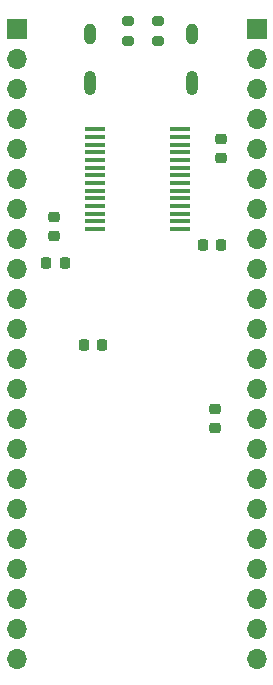
<source format=gbr>
%TF.GenerationSoftware,KiCad,Pcbnew,7.0.8*%
%TF.CreationDate,2023-11-18T20:12:02-05:00*%
%TF.ProjectId,PIC24FJ64GA004 Dev Board,50494332-3446-44a3-9634-474130303420,rev?*%
%TF.SameCoordinates,Original*%
%TF.FileFunction,Soldermask,Bot*%
%TF.FilePolarity,Negative*%
%FSLAX46Y46*%
G04 Gerber Fmt 4.6, Leading zero omitted, Abs format (unit mm)*
G04 Created by KiCad (PCBNEW 7.0.8) date 2023-11-18 20:12:02*
%MOMM*%
%LPD*%
G01*
G04 APERTURE LIST*
G04 Aperture macros list*
%AMRoundRect*
0 Rectangle with rounded corners*
0 $1 Rounding radius*
0 $2 $3 $4 $5 $6 $7 $8 $9 X,Y pos of 4 corners*
0 Add a 4 corners polygon primitive as box body*
4,1,4,$2,$3,$4,$5,$6,$7,$8,$9,$2,$3,0*
0 Add four circle primitives for the rounded corners*
1,1,$1+$1,$2,$3*
1,1,$1+$1,$4,$5*
1,1,$1+$1,$6,$7*
1,1,$1+$1,$8,$9*
0 Add four rect primitives between the rounded corners*
20,1,$1+$1,$2,$3,$4,$5,0*
20,1,$1+$1,$4,$5,$6,$7,0*
20,1,$1+$1,$6,$7,$8,$9,0*
20,1,$1+$1,$8,$9,$2,$3,0*%
G04 Aperture macros list end*
%ADD10O,1.000000X2.100000*%
%ADD11O,1.000000X1.800000*%
%ADD12RoundRect,0.225000X-0.250000X0.225000X-0.250000X-0.225000X0.250000X-0.225000X0.250000X0.225000X0*%
%ADD13R,1.750000X0.450000*%
%ADD14RoundRect,0.200000X0.275000X-0.200000X0.275000X0.200000X-0.275000X0.200000X-0.275000X-0.200000X0*%
%ADD15RoundRect,0.225000X-0.225000X-0.250000X0.225000X-0.250000X0.225000X0.250000X-0.225000X0.250000X0*%
%ADD16R,1.700000X1.700000*%
%ADD17O,1.700000X1.700000*%
%ADD18RoundRect,0.225000X0.225000X0.250000X-0.225000X0.250000X-0.225000X-0.250000X0.225000X-0.250000X0*%
G04 APERTURE END LIST*
D10*
%TO.C,J1*%
X98650000Y-63049000D03*
D11*
X98650000Y-58869000D03*
D10*
X90010000Y-63049000D03*
D11*
X90010000Y-58869000D03*
%TD*%
D12*
%TO.C,C1*%
X86974000Y-74409000D03*
X86974000Y-75959000D03*
%TD*%
D13*
%TO.C,U2*%
X97624000Y-66936000D03*
X97624000Y-67586000D03*
X97624000Y-68236000D03*
X97624000Y-68886000D03*
X97624000Y-69536000D03*
X97624000Y-70186000D03*
X97624000Y-70836000D03*
X97624000Y-71486000D03*
X97624000Y-72136000D03*
X97624000Y-72786000D03*
X97624000Y-73436000D03*
X97624000Y-74086000D03*
X97624000Y-74736000D03*
X97624000Y-75386000D03*
X90424000Y-75386000D03*
X90424000Y-74736000D03*
X90424000Y-74086000D03*
X90424000Y-73436000D03*
X90424000Y-72786000D03*
X90424000Y-72136000D03*
X90424000Y-71486000D03*
X90424000Y-70836000D03*
X90424000Y-70186000D03*
X90424000Y-69536000D03*
X90424000Y-68886000D03*
X90424000Y-68236000D03*
X90424000Y-67586000D03*
X90424000Y-66936000D03*
%TD*%
D14*
%TO.C,R3*%
X93218000Y-59460400D03*
X93218000Y-57810400D03*
%TD*%
D15*
%TO.C,C8*%
X86334000Y-78232000D03*
X87884000Y-78232000D03*
%TD*%
D12*
%TO.C,C9*%
X100584000Y-90665000D03*
X100584000Y-92215000D03*
%TD*%
D16*
%TO.C,J2*%
X83820000Y-58420000D03*
D17*
X83820000Y-60960000D03*
X83820000Y-63500000D03*
X83820000Y-66040000D03*
X83820000Y-68580000D03*
X83820000Y-71120000D03*
X83820000Y-73660000D03*
X83820000Y-76200000D03*
X83820000Y-78740000D03*
X83820000Y-81280000D03*
X83820000Y-83820000D03*
X83820000Y-86360000D03*
X83820000Y-88900000D03*
X83820000Y-91440000D03*
X83820000Y-93980000D03*
X83820000Y-96520000D03*
X83820000Y-99060000D03*
X83820000Y-101600000D03*
X83820000Y-104140000D03*
X83820000Y-106680000D03*
X83820000Y-109220000D03*
X83820000Y-111760000D03*
%TD*%
D14*
%TO.C,R4*%
X95808800Y-59448200D03*
X95808800Y-57798200D03*
%TD*%
D18*
%TO.C,C7*%
X101118000Y-76758800D03*
X99568000Y-76758800D03*
%TD*%
D16*
%TO.C,J3*%
X104140000Y-58420000D03*
D17*
X104140000Y-60960000D03*
X104140000Y-63500000D03*
X104140000Y-66040000D03*
X104140000Y-68580000D03*
X104140000Y-71120000D03*
X104140000Y-73660000D03*
X104140000Y-76200000D03*
X104140000Y-78740000D03*
X104140000Y-81280000D03*
X104140000Y-83820000D03*
X104140000Y-86360000D03*
X104140000Y-88900000D03*
X104140000Y-91440000D03*
X104140000Y-93980000D03*
X104140000Y-96520000D03*
X104140000Y-99060000D03*
X104140000Y-101600000D03*
X104140000Y-104140000D03*
X104140000Y-106680000D03*
X104140000Y-109220000D03*
X104140000Y-111760000D03*
%TD*%
D12*
%TO.C,C4*%
X101092000Y-67805000D03*
X101092000Y-69355000D03*
%TD*%
D18*
%TO.C,C6*%
X91046600Y-85191600D03*
X89496600Y-85191600D03*
%TD*%
M02*

</source>
